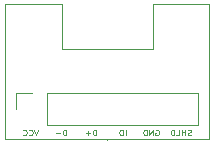
<source format=gbo>
G04 #@! TF.FileFunction,Legend,Bot*
%FSLAX46Y46*%
G04 Gerber Fmt 4.6, Leading zero omitted, Abs format (unit mm)*
G04 Created by KiCad (PCBNEW 4.0.6) date 12/30/17 12:21:30*
%MOMM*%
%LPD*%
G01*
G04 APERTURE LIST*
%ADD10C,0.150000*%
%ADD11C,0.020000*%
%ADD12C,0.125000*%
%ADD13C,0.120000*%
G04 APERTURE END LIST*
D10*
D11*
X211994140Y-150647480D02*
X211994140Y-150797340D01*
X215867640Y-139217480D02*
X220630140Y-139217480D01*
X215867640Y-143027480D02*
X215867640Y-139217480D01*
X208146040Y-143027480D02*
X215867640Y-143027480D01*
X208146040Y-139217480D02*
X208146040Y-143027480D01*
X220630140Y-150647480D02*
X203358140Y-150647480D01*
X220630140Y-139217480D02*
X220630140Y-150647480D01*
X203358140Y-139217480D02*
X208146040Y-139217480D01*
X203358140Y-150647480D02*
X203358140Y-139217480D01*
D12*
X219109183Y-150346861D02*
X219037754Y-150370670D01*
X218918707Y-150370670D01*
X218871088Y-150346861D01*
X218847278Y-150323051D01*
X218823469Y-150275432D01*
X218823469Y-150227813D01*
X218847278Y-150180194D01*
X218871088Y-150156385D01*
X218918707Y-150132575D01*
X219013945Y-150108766D01*
X219061564Y-150084956D01*
X219085373Y-150061147D01*
X219109183Y-150013528D01*
X219109183Y-149965909D01*
X219085373Y-149918290D01*
X219061564Y-149894480D01*
X219013945Y-149870670D01*
X218894897Y-149870670D01*
X218823469Y-149894480D01*
X218609183Y-150370670D02*
X218609183Y-149870670D01*
X218609183Y-150108766D02*
X218323469Y-150108766D01*
X218323469Y-150370670D02*
X218323469Y-149870670D01*
X217847278Y-150370670D02*
X218085373Y-150370670D01*
X218085373Y-149870670D01*
X217680611Y-150370670D02*
X217680611Y-149870670D01*
X217561564Y-149870670D01*
X217490135Y-149894480D01*
X217442516Y-149942099D01*
X217418707Y-149989718D01*
X217394897Y-150084956D01*
X217394897Y-150156385D01*
X217418707Y-150251623D01*
X217442516Y-150299242D01*
X217490135Y-150346861D01*
X217561564Y-150370670D01*
X217680611Y-150370670D01*
X216092993Y-149894480D02*
X216140612Y-149870670D01*
X216212040Y-149870670D01*
X216283469Y-149894480D01*
X216331088Y-149942099D01*
X216354897Y-149989718D01*
X216378707Y-150084956D01*
X216378707Y-150156385D01*
X216354897Y-150251623D01*
X216331088Y-150299242D01*
X216283469Y-150346861D01*
X216212040Y-150370670D01*
X216164421Y-150370670D01*
X216092993Y-150346861D01*
X216069183Y-150323051D01*
X216069183Y-150156385D01*
X216164421Y-150156385D01*
X215854897Y-150370670D02*
X215854897Y-149870670D01*
X215569183Y-150370670D01*
X215569183Y-149870670D01*
X215331087Y-150370670D02*
X215331087Y-149870670D01*
X215212040Y-149870670D01*
X215140611Y-149894480D01*
X215092992Y-149942099D01*
X215069183Y-149989718D01*
X215045373Y-150084956D01*
X215045373Y-150156385D01*
X215069183Y-150251623D01*
X215092992Y-150299242D01*
X215140611Y-150346861D01*
X215212040Y-150370670D01*
X215331087Y-150370670D01*
X213549039Y-150370670D02*
X213549039Y-149870670D01*
X213310944Y-150370670D02*
X213310944Y-149870670D01*
X213191897Y-149870670D01*
X213120468Y-149894480D01*
X213072849Y-149942099D01*
X213049040Y-149989718D01*
X213025230Y-150084956D01*
X213025230Y-150156385D01*
X213049040Y-150251623D01*
X213072849Y-150299242D01*
X213120468Y-150346861D01*
X213191897Y-150370670D01*
X213310944Y-150370670D01*
X211072516Y-150370670D02*
X211072516Y-149870670D01*
X210953469Y-149870670D01*
X210882040Y-149894480D01*
X210834421Y-149942099D01*
X210810612Y-149989718D01*
X210786802Y-150084956D01*
X210786802Y-150156385D01*
X210810612Y-150251623D01*
X210834421Y-150299242D01*
X210882040Y-150346861D01*
X210953469Y-150370670D01*
X211072516Y-150370670D01*
X210572516Y-150180194D02*
X210191564Y-150180194D01*
X210382040Y-150370670D02*
X210382040Y-149989718D01*
X208532516Y-150370670D02*
X208532516Y-149870670D01*
X208413469Y-149870670D01*
X208342040Y-149894480D01*
X208294421Y-149942099D01*
X208270612Y-149989718D01*
X208246802Y-150084956D01*
X208246802Y-150156385D01*
X208270612Y-150251623D01*
X208294421Y-150299242D01*
X208342040Y-150346861D01*
X208413469Y-150370670D01*
X208532516Y-150370670D01*
X208032516Y-150180194D02*
X207651564Y-150180194D01*
X206145706Y-149870670D02*
X205979039Y-150370670D01*
X205812373Y-149870670D01*
X205359992Y-150323051D02*
X205383802Y-150346861D01*
X205455230Y-150370670D01*
X205502849Y-150370670D01*
X205574278Y-150346861D01*
X205621897Y-150299242D01*
X205645706Y-150251623D01*
X205669516Y-150156385D01*
X205669516Y-150084956D01*
X205645706Y-149989718D01*
X205621897Y-149942099D01*
X205574278Y-149894480D01*
X205502849Y-149870670D01*
X205455230Y-149870670D01*
X205383802Y-149894480D01*
X205359992Y-149918290D01*
X204859992Y-150323051D02*
X204883802Y-150346861D01*
X204955230Y-150370670D01*
X205002849Y-150370670D01*
X205074278Y-150346861D01*
X205121897Y-150299242D01*
X205145706Y-150251623D01*
X205169516Y-150156385D01*
X205169516Y-150084956D01*
X205145706Y-149989718D01*
X205121897Y-149942099D01*
X205074278Y-149894480D01*
X205002849Y-149870670D01*
X204955230Y-149870670D01*
X204883802Y-149894480D01*
X204859992Y-149918290D01*
D13*
X219665860Y-146812960D02*
X219665860Y-149472960D01*
X206905860Y-146812960D02*
X219665860Y-146812960D01*
X206905860Y-149472960D02*
X219665860Y-149472960D01*
X206905860Y-146812960D02*
X206905860Y-149472960D01*
X205635860Y-146812960D02*
X204305860Y-146812960D01*
X204305860Y-146812960D02*
X204305860Y-148142960D01*
M02*

</source>
